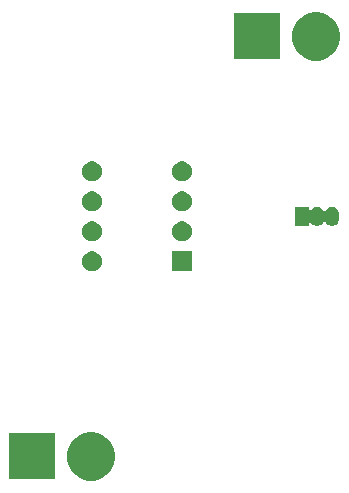
<source format=gbr>
G04 #@! TF.GenerationSoftware,KiCad,Pcbnew,(5.1.5-0-10_14)*
G04 #@! TF.CreationDate,2020-05-17T15:29:12+03:00*
G04 #@! TF.ProjectId,final,66696e61-6c2e-46b6-9963-61645f706362,rev?*
G04 #@! TF.SameCoordinates,Original*
G04 #@! TF.FileFunction,Soldermask,Bot*
G04 #@! TF.FilePolarity,Negative*
%FSLAX46Y46*%
G04 Gerber Fmt 4.6, Leading zero omitted, Abs format (unit mm)*
G04 Created by KiCad (PCBNEW (5.1.5-0-10_14)) date 2020-05-17 15:29:12*
%MOMM*%
%LPD*%
G04 APERTURE LIST*
%ADD10C,0.100000*%
G04 APERTURE END LIST*
D10*
G36*
X152918254Y-118677818D02*
G01*
X153291511Y-118832426D01*
X153291513Y-118832427D01*
X153627436Y-119056884D01*
X153913116Y-119342564D01*
X154137574Y-119678489D01*
X154292182Y-120051746D01*
X154371000Y-120447993D01*
X154371000Y-120852007D01*
X154292182Y-121248254D01*
X154137574Y-121621511D01*
X154137573Y-121621513D01*
X153913116Y-121957436D01*
X153627436Y-122243116D01*
X153291513Y-122467573D01*
X153291512Y-122467574D01*
X153291511Y-122467574D01*
X152918254Y-122622182D01*
X152522007Y-122701000D01*
X152117993Y-122701000D01*
X151721746Y-122622182D01*
X151348489Y-122467574D01*
X151348488Y-122467574D01*
X151348487Y-122467573D01*
X151012564Y-122243116D01*
X150726884Y-121957436D01*
X150502427Y-121621513D01*
X150502426Y-121621511D01*
X150347818Y-121248254D01*
X150269000Y-120852007D01*
X150269000Y-120447993D01*
X150347818Y-120051746D01*
X150502426Y-119678489D01*
X150726884Y-119342564D01*
X151012564Y-119056884D01*
X151348487Y-118832427D01*
X151348489Y-118832426D01*
X151721746Y-118677818D01*
X152117993Y-118599000D01*
X152522007Y-118599000D01*
X152918254Y-118677818D01*
G37*
G36*
X149271000Y-122601000D02*
G01*
X145369000Y-122601000D01*
X145369000Y-118699000D01*
X149271000Y-118699000D01*
X149271000Y-122601000D01*
G37*
G36*
X160871000Y-104991000D02*
G01*
X159169000Y-104991000D01*
X159169000Y-103289000D01*
X160871000Y-103289000D01*
X160871000Y-104991000D01*
G37*
G36*
X152648228Y-103321703D02*
G01*
X152803100Y-103385853D01*
X152942481Y-103478985D01*
X153061015Y-103597519D01*
X153154147Y-103736900D01*
X153218297Y-103891772D01*
X153251000Y-104056184D01*
X153251000Y-104223816D01*
X153218297Y-104388228D01*
X153154147Y-104543100D01*
X153061015Y-104682481D01*
X152942481Y-104801015D01*
X152803100Y-104894147D01*
X152648228Y-104958297D01*
X152483816Y-104991000D01*
X152316184Y-104991000D01*
X152151772Y-104958297D01*
X151996900Y-104894147D01*
X151857519Y-104801015D01*
X151738985Y-104682481D01*
X151645853Y-104543100D01*
X151581703Y-104388228D01*
X151549000Y-104223816D01*
X151549000Y-104056184D01*
X151581703Y-103891772D01*
X151645853Y-103736900D01*
X151738985Y-103597519D01*
X151857519Y-103478985D01*
X151996900Y-103385853D01*
X152151772Y-103321703D01*
X152316184Y-103289000D01*
X152483816Y-103289000D01*
X152648228Y-103321703D01*
G37*
G36*
X160268228Y-100781703D02*
G01*
X160423100Y-100845853D01*
X160562481Y-100938985D01*
X160681015Y-101057519D01*
X160774147Y-101196900D01*
X160838297Y-101351772D01*
X160871000Y-101516184D01*
X160871000Y-101683816D01*
X160838297Y-101848228D01*
X160774147Y-102003100D01*
X160681015Y-102142481D01*
X160562481Y-102261015D01*
X160423100Y-102354147D01*
X160268228Y-102418297D01*
X160103816Y-102451000D01*
X159936184Y-102451000D01*
X159771772Y-102418297D01*
X159616900Y-102354147D01*
X159477519Y-102261015D01*
X159358985Y-102142481D01*
X159265853Y-102003100D01*
X159201703Y-101848228D01*
X159169000Y-101683816D01*
X159169000Y-101516184D01*
X159201703Y-101351772D01*
X159265853Y-101196900D01*
X159358985Y-101057519D01*
X159477519Y-100938985D01*
X159616900Y-100845853D01*
X159771772Y-100781703D01*
X159936184Y-100749000D01*
X160103816Y-100749000D01*
X160268228Y-100781703D01*
G37*
G36*
X152648228Y-100781703D02*
G01*
X152803100Y-100845853D01*
X152942481Y-100938985D01*
X153061015Y-101057519D01*
X153154147Y-101196900D01*
X153218297Y-101351772D01*
X153251000Y-101516184D01*
X153251000Y-101683816D01*
X153218297Y-101848228D01*
X153154147Y-102003100D01*
X153061015Y-102142481D01*
X152942481Y-102261015D01*
X152803100Y-102354147D01*
X152648228Y-102418297D01*
X152483816Y-102451000D01*
X152316184Y-102451000D01*
X152151772Y-102418297D01*
X151996900Y-102354147D01*
X151857519Y-102261015D01*
X151738985Y-102142481D01*
X151645853Y-102003100D01*
X151581703Y-101848228D01*
X151549000Y-101683816D01*
X151549000Y-101516184D01*
X151581703Y-101351772D01*
X151645853Y-101196900D01*
X151738985Y-101057519D01*
X151857519Y-100938985D01*
X151996900Y-100845853D01*
X152151772Y-100781703D01*
X152316184Y-100749000D01*
X152483816Y-100749000D01*
X152648228Y-100781703D01*
G37*
G36*
X172832915Y-99537334D02*
G01*
X172941491Y-99570271D01*
X172941494Y-99570272D01*
X172977600Y-99589571D01*
X173041556Y-99623756D01*
X173129264Y-99695736D01*
X173201244Y-99783443D01*
X173235429Y-99847399D01*
X173254728Y-99883505D01*
X173254729Y-99883508D01*
X173287666Y-99992084D01*
X173296000Y-100076702D01*
X173296000Y-100583297D01*
X173287666Y-100667916D01*
X173255252Y-100774767D01*
X173254728Y-100776495D01*
X173251944Y-100781703D01*
X173201244Y-100876557D01*
X173129264Y-100964264D01*
X173041557Y-101036244D01*
X172977601Y-101070429D01*
X172941495Y-101089728D01*
X172941492Y-101089729D01*
X172832916Y-101122666D01*
X172720000Y-101133787D01*
X172607085Y-101122666D01*
X172498509Y-101089729D01*
X172498506Y-101089728D01*
X172462400Y-101070429D01*
X172398444Y-101036244D01*
X172310737Y-100964264D01*
X172238757Y-100876557D01*
X172195239Y-100795141D01*
X172181625Y-100774766D01*
X172164298Y-100757439D01*
X172143924Y-100743826D01*
X172121285Y-100734448D01*
X172097252Y-100729668D01*
X172072748Y-100729668D01*
X172048715Y-100734448D01*
X172026076Y-100743826D01*
X172005701Y-100757440D01*
X171988374Y-100774767D01*
X171974761Y-100795141D01*
X171931244Y-100876557D01*
X171859264Y-100964264D01*
X171771557Y-101036244D01*
X171707601Y-101070429D01*
X171671495Y-101089728D01*
X171671492Y-101089729D01*
X171562916Y-101122666D01*
X171450000Y-101133787D01*
X171337085Y-101122666D01*
X171228509Y-101089729D01*
X171228506Y-101089728D01*
X171192400Y-101070429D01*
X171128444Y-101036244D01*
X171040737Y-100964264D01*
X170977622Y-100887359D01*
X170960297Y-100870034D01*
X170939923Y-100856420D01*
X170917284Y-100847043D01*
X170893250Y-100842263D01*
X170868746Y-100842263D01*
X170844713Y-100847044D01*
X170822074Y-100856421D01*
X170801700Y-100870035D01*
X170784373Y-100887362D01*
X170770759Y-100907736D01*
X170761382Y-100930375D01*
X170756000Y-100966660D01*
X170756000Y-101131000D01*
X169604000Y-101131000D01*
X169604000Y-99529000D01*
X170756000Y-99529000D01*
X170756000Y-99693341D01*
X170758402Y-99717727D01*
X170765515Y-99741176D01*
X170777066Y-99762787D01*
X170792611Y-99781729D01*
X170811553Y-99797274D01*
X170833164Y-99808825D01*
X170856613Y-99815938D01*
X170880999Y-99818340D01*
X170905385Y-99815938D01*
X170928834Y-99808825D01*
X170950445Y-99797274D01*
X170969387Y-99781729D01*
X170977608Y-99772657D01*
X171040736Y-99695736D01*
X171128443Y-99623756D01*
X171192399Y-99589571D01*
X171228505Y-99570272D01*
X171228508Y-99570271D01*
X171337084Y-99537334D01*
X171450000Y-99526213D01*
X171562915Y-99537334D01*
X171671491Y-99570271D01*
X171671494Y-99570272D01*
X171707600Y-99589571D01*
X171771556Y-99623756D01*
X171859264Y-99695736D01*
X171931244Y-99783443D01*
X171974761Y-99864859D01*
X171988375Y-99885234D01*
X172005702Y-99902561D01*
X172026076Y-99916174D01*
X172048715Y-99925552D01*
X172072748Y-99930332D01*
X172097252Y-99930332D01*
X172121285Y-99925552D01*
X172143924Y-99916174D01*
X172164299Y-99902560D01*
X172181626Y-99885233D01*
X172195239Y-99864860D01*
X172238756Y-99783444D01*
X172310736Y-99695736D01*
X172398443Y-99623756D01*
X172462399Y-99589571D01*
X172498505Y-99570272D01*
X172498508Y-99570271D01*
X172607084Y-99537334D01*
X172720000Y-99526213D01*
X172832915Y-99537334D01*
G37*
G36*
X152648228Y-98241703D02*
G01*
X152803100Y-98305853D01*
X152942481Y-98398985D01*
X153061015Y-98517519D01*
X153154147Y-98656900D01*
X153218297Y-98811772D01*
X153251000Y-98976184D01*
X153251000Y-99143816D01*
X153218297Y-99308228D01*
X153154147Y-99463100D01*
X153061015Y-99602481D01*
X152942481Y-99721015D01*
X152803100Y-99814147D01*
X152648228Y-99878297D01*
X152483816Y-99911000D01*
X152316184Y-99911000D01*
X152151772Y-99878297D01*
X151996900Y-99814147D01*
X151857519Y-99721015D01*
X151738985Y-99602481D01*
X151645853Y-99463100D01*
X151581703Y-99308228D01*
X151549000Y-99143816D01*
X151549000Y-98976184D01*
X151581703Y-98811772D01*
X151645853Y-98656900D01*
X151738985Y-98517519D01*
X151857519Y-98398985D01*
X151996900Y-98305853D01*
X152151772Y-98241703D01*
X152316184Y-98209000D01*
X152483816Y-98209000D01*
X152648228Y-98241703D01*
G37*
G36*
X160268228Y-98241703D02*
G01*
X160423100Y-98305853D01*
X160562481Y-98398985D01*
X160681015Y-98517519D01*
X160774147Y-98656900D01*
X160838297Y-98811772D01*
X160871000Y-98976184D01*
X160871000Y-99143816D01*
X160838297Y-99308228D01*
X160774147Y-99463100D01*
X160681015Y-99602481D01*
X160562481Y-99721015D01*
X160423100Y-99814147D01*
X160268228Y-99878297D01*
X160103816Y-99911000D01*
X159936184Y-99911000D01*
X159771772Y-99878297D01*
X159616900Y-99814147D01*
X159477519Y-99721015D01*
X159358985Y-99602481D01*
X159265853Y-99463100D01*
X159201703Y-99308228D01*
X159169000Y-99143816D01*
X159169000Y-98976184D01*
X159201703Y-98811772D01*
X159265853Y-98656900D01*
X159358985Y-98517519D01*
X159477519Y-98398985D01*
X159616900Y-98305853D01*
X159771772Y-98241703D01*
X159936184Y-98209000D01*
X160103816Y-98209000D01*
X160268228Y-98241703D01*
G37*
G36*
X152648228Y-95701703D02*
G01*
X152803100Y-95765853D01*
X152942481Y-95858985D01*
X153061015Y-95977519D01*
X153154147Y-96116900D01*
X153218297Y-96271772D01*
X153251000Y-96436184D01*
X153251000Y-96603816D01*
X153218297Y-96768228D01*
X153154147Y-96923100D01*
X153061015Y-97062481D01*
X152942481Y-97181015D01*
X152803100Y-97274147D01*
X152648228Y-97338297D01*
X152483816Y-97371000D01*
X152316184Y-97371000D01*
X152151772Y-97338297D01*
X151996900Y-97274147D01*
X151857519Y-97181015D01*
X151738985Y-97062481D01*
X151645853Y-96923100D01*
X151581703Y-96768228D01*
X151549000Y-96603816D01*
X151549000Y-96436184D01*
X151581703Y-96271772D01*
X151645853Y-96116900D01*
X151738985Y-95977519D01*
X151857519Y-95858985D01*
X151996900Y-95765853D01*
X152151772Y-95701703D01*
X152316184Y-95669000D01*
X152483816Y-95669000D01*
X152648228Y-95701703D01*
G37*
G36*
X160268228Y-95701703D02*
G01*
X160423100Y-95765853D01*
X160562481Y-95858985D01*
X160681015Y-95977519D01*
X160774147Y-96116900D01*
X160838297Y-96271772D01*
X160871000Y-96436184D01*
X160871000Y-96603816D01*
X160838297Y-96768228D01*
X160774147Y-96923100D01*
X160681015Y-97062481D01*
X160562481Y-97181015D01*
X160423100Y-97274147D01*
X160268228Y-97338297D01*
X160103816Y-97371000D01*
X159936184Y-97371000D01*
X159771772Y-97338297D01*
X159616900Y-97274147D01*
X159477519Y-97181015D01*
X159358985Y-97062481D01*
X159265853Y-96923100D01*
X159201703Y-96768228D01*
X159169000Y-96603816D01*
X159169000Y-96436184D01*
X159201703Y-96271772D01*
X159265853Y-96116900D01*
X159358985Y-95977519D01*
X159477519Y-95858985D01*
X159616900Y-95765853D01*
X159771772Y-95701703D01*
X159936184Y-95669000D01*
X160103816Y-95669000D01*
X160268228Y-95701703D01*
G37*
G36*
X171968254Y-83117818D02*
G01*
X172341511Y-83272426D01*
X172341513Y-83272427D01*
X172677436Y-83496884D01*
X172963116Y-83782564D01*
X173187574Y-84118489D01*
X173342182Y-84491746D01*
X173421000Y-84887993D01*
X173421000Y-85292007D01*
X173342182Y-85688254D01*
X173187574Y-86061511D01*
X173187573Y-86061513D01*
X172963116Y-86397436D01*
X172677436Y-86683116D01*
X172341513Y-86907573D01*
X172341512Y-86907574D01*
X172341511Y-86907574D01*
X171968254Y-87062182D01*
X171572007Y-87141000D01*
X171167993Y-87141000D01*
X170771746Y-87062182D01*
X170398489Y-86907574D01*
X170398488Y-86907574D01*
X170398487Y-86907573D01*
X170062564Y-86683116D01*
X169776884Y-86397436D01*
X169552427Y-86061513D01*
X169552426Y-86061511D01*
X169397818Y-85688254D01*
X169319000Y-85292007D01*
X169319000Y-84887993D01*
X169397818Y-84491746D01*
X169552426Y-84118489D01*
X169776884Y-83782564D01*
X170062564Y-83496884D01*
X170398487Y-83272427D01*
X170398489Y-83272426D01*
X170771746Y-83117818D01*
X171167993Y-83039000D01*
X171572007Y-83039000D01*
X171968254Y-83117818D01*
G37*
G36*
X168321000Y-87041000D02*
G01*
X164419000Y-87041000D01*
X164419000Y-83139000D01*
X168321000Y-83139000D01*
X168321000Y-87041000D01*
G37*
M02*

</source>
